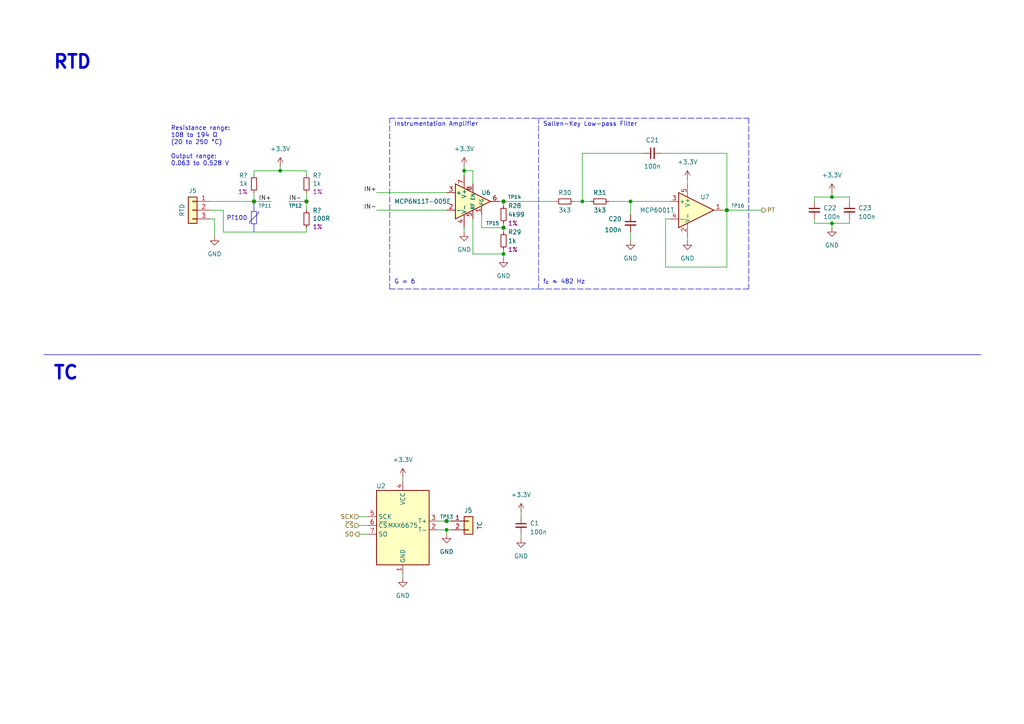
<source format=kicad_sch>
(kicad_sch (version 20230121) (generator eeschema)
  (paper "A4")
  (title_block (title "Temperature Sensors") (date "2023-11-13") (rev "${REVISION}") (company "Author: I. Kajdan") (comment 1 "Promoter: A. Bondyra, Ph.D."))
  (lib_symbols
    (symbol "Amplifier_Operational:MCP6001-OT" (pin_names (offset 0.127))
      (property "Reference" "U" (at -1.27 6.35 0))
      (property "Value" "MCP6001-OT" (at -1.27 3.81 0))
      (symbol "MCP6001-OT_0_1"
        (polyline (pts (xy -5.08 5.08) (xy 5.08 0) (xy -5.08 -5.08) (xy -5.08 5.08)) (stroke (width 0.254)) (fill (type background)))
        (pin power_in line (at -2.54 -7.62 90) (length 3.81) (name "V-") (number "2"))
        (pin power_in line (at -2.54 7.62 270) (length 3.81) (name "V+") (number "5"))
      )
      (symbol "MCP6001-OT_1_1"
        (pin output line (at 7.62 0 180) (length 2.54) (name "~") (number "1"))
        (pin input line (at -7.62 2.54 0) (length 2.54) (name "+") (number "3"))
        (pin input line (at -7.62 -2.54 0) (length 2.54) (name "-") (number "4"))
      )
    )
    (symbol "Connector:TestPoint_Small" (pin_numbers hide) (pin_names (offset 0.762) hide)
      (property "Reference" "TP" (at 0 3.81 0))
      (property "Value" "TestPoint_Small" (at 0 2.032 0))
      (symbol "TestPoint_Small_0_1"
        (circle (center 0 0) (radius 0.508))
      )
      (symbol "TestPoint_Small_1_1"
        (pin passive line (at 0 0 90) (length 0) (name "1") (number "1"))
      )
    )
    (symbol "Connector_Generic:Conn_01x02" (pin_names (offset 1.016) hide)
      (property "Reference" "J" (at 0 2.54 0))
      (property "Value" "Conn_01x02" (at 0 -5.08 0))
      (symbol "Conn_01x02_1_1"
        (rectangle (start -1.27 -2.413) (end 0 -2.667) (stroke (width 0.1524)))
        (rectangle (start -1.27 0.127) (end 0 -0.127) (stroke (width 0.1524)))
        (rectangle (start -1.27 1.27) (end 1.27 -3.81) (stroke (width 0.254)) (fill (type background)))
        (pin passive line (at -5.08 0 0) (length 3.81) (name "Pin_1") (number "1"))
        (pin passive line (at -5.08 -2.54 0) (length 3.81) (name "Pin_2") (number "2"))
      )
    )
    (symbol "Connector_Generic:Conn_01x03" (pin_names (offset 1.016) hide)
      (property "Reference" "J" (at 0 5.08 0))
      (property "Value" "Conn_01x03" (at 0 -5.08 0))
      (symbol "Conn_01x03_1_1"
        (rectangle (start -1.27 -2.413) (end 0 -2.667) (stroke (width 0.1524)))
        (rectangle (start -1.27 0.127) (end 0 -0.127) (stroke (width 0.1524)))
        (rectangle (start -1.27 2.667) (end 0 2.413) (stroke (width 0.1524)))
        (rectangle (start -1.27 3.81) (end 1.27 -3.81) (stroke (width 0.254)) (fill (type background)))
        (pin passive line (at -5.08 2.54 0) (length 3.81) (name "Pin_1") (number "1"))
        (pin passive line (at -5.08 0 0) (length 3.81) (name "Pin_2") (number "2"))
        (pin passive line (at -5.08 -2.54 0) (length 3.81) (name "Pin_3") (number "3"))
      )
    )
    (symbol "Device:C_Small" (pin_numbers hide) (pin_names (offset 0.254) hide)
      (property "Reference" "C" (at 0.254 1.778 0))
      (property "Value" "C_Small" (at 0.254 -2.032 0))
      (symbol "C_Small_0_1"
        (polyline (pts (xy -1.524 -0.508) (xy 1.524 -0.508)) (stroke (width 0.3302)))
        (polyline (pts (xy -1.524 0.508) (xy 1.524 0.508)) (stroke (width 0.3048)))
      )
      (symbol "C_Small_1_1"
        (pin passive line (at 0 2.54 270) (length 2.032) (name "~") (number "1"))
        (pin passive line (at 0 -2.54 90) (length 2.032) (name "~") (number "2"))
      )
    )
    (symbol "Device:R_Small" (pin_numbers hide) (pin_names (offset 0.254) hide)
      (property "Reference" "R" (at 0.762 0.508 0))
      (property "Value" "R_Small" (at 0.762 -1.016 0))
      (symbol "R_Small_0_1"
        (rectangle (start -0.762 1.778) (end 0.762 -1.778) (stroke (width 0.2032)))
      )
      (symbol "R_Small_1_1"
        (pin passive line (at 0 2.54 270) (length 0.762) (name "~") (number "1"))
        (pin passive line (at 0 -2.54 90) (length 0.762) (name "~") (number "2"))
      )
    )
    (symbol "MAX6675:MAX6675"
      (property "Reference" "U" (at -7.62 12.43 0))
      (property "Value" "MAX6675" (at 0 -0.19 0))
      (symbol "MAX6675_1_0"
        (rectangle (start -7.62 10.16) (end 7.62 -11.43) (stroke (width 0.254)) (fill (type background)))
        (pin power_in line (at 0 -13.97 90) (length 2.54) (name "GND") (number "1"))
        (pin input line (at 10.16 -1.27 180) (length 2.54) (name "T-") (number "2"))
        (pin input line (at 10.16 1.27 180) (length 2.54) (name "T+") (number "3"))
        (pin power_in line (at 0 12.7 270) (length 2.54) (name "VCC") (number "4"))
        (pin input line (at -10.16 2.54 0) (length 2.54) (name "SCK") (number "5"))
        (pin input line (at -10.16 0 0) (length 2.54) (name "~{CS}") (number "6"))
        (pin output line (at -10.16 -2.54 0) (length 2.54) (name "SO") (number "7"))
        (pin no_connect non_logic (at 10.16 -7.62 180) (length 2.54) hide (name "N.C.") (number "8"))
      )
    )
    (symbol "MCP6N11:MCP6N11" (pin_names (offset 0.127))
      (property "Reference" "U" (at 3.81 6.35 0))
      (property "Value" "MCP6N11" (at 3.81 3.81 0))
      (symbol "MCP6N11_0_1"
        (polyline (pts (xy -5.08 5.08) (xy 5.08 0) (xy -5.08 -5.08) (xy -5.08 5.08)) (stroke (width 0.254)) (fill (type background)))
      )
      (symbol "MCP6N11_1_1"
        (pin passive line (at 2.54 -3.81 90) (length 2.54) (name "FG") (number "1"))
        (pin input line (at -7.62 -2.54 0) (length 2.54) (name "-") (number "2"))
        (pin input line (at -7.62 2.54 0) (length 2.54) (name "+") (number "3"))
        (pin power_in line (at -2.54 -7.62 90) (length 3.81) (name "V-") (number "4"))
        (pin passive line (at 0 -5.08 90) (length 2.54) (name "RF") (number "5"))
        (pin output line (at 7.62 0 180) (length 2.54) (name "~") (number "6"))
        (pin power_in line (at -2.54 7.62 270) (length 3.81) (name "V+") (number "7"))
        (pin input line (at 0 5.08 270) (length 2.54) (name "EN") (number "8"))
      )
    )
    (symbol "power:+3.3V" (power) (pin_names (offset 0))
      (property "Value" "+3.3V" (at 0 3.556 0))
      (symbol "+3.3V_0_1"
        (polyline (pts (xy -0.762 1.27) (xy 0 2.54)))
        (polyline (pts (xy 0 0) (xy 0 2.54)))
        (polyline (pts (xy 0 2.54) (xy 0.762 1.27)))
      )
      (symbol "+3.3V_1_1"
        (pin power_in line (at 0 0 90) (length 0) hide (name "+3.3V") (number "1"))
      )
    )
    (symbol "power:GND" (power) (pin_names (offset 0))
      (property "Value" "GND" (at 0 -3.81 0))
      (symbol "GND_0_1"
        (polyline (pts (xy 0 0) (xy 0 -1.27) (xy 1.27 -1.27) (xy 0 -2.54) (xy -1.27 -1.27) (xy 0 -1.27)))
      )
      (symbol "GND_1_1"
        (pin power_in line (at 0 0 270) (length 0) hide (name "GND") (number "1"))
      )
    )
  )
  (junction (at 146.05 66.04))
  (junction (at 182.88 58.42))
  (junction (at 241.3 64.77))
  (junction (at 241.3 57.15))
  (junction (at 129.54 153.67))
  (junction (at 129.54 151.13))
  (junction (at 134.62 49.53))
  (junction (at 81.28 49.53))
  (junction (at 88.9 58.42))
  (junction (at 73.66 58.42))
  (junction (at 146.05 58.42))
  (junction (at 210.82 60.96))
  (junction (at 168.91 58.42))
  (junction (at 146.05 73.66))
  (wire (pts (xy 210.82 44.45) (xy 210.82 60.96)))
  (wire (pts (xy 236.22 57.15) (xy 241.3 57.15)))
  (wire (pts (xy 146.05 58.42) (xy 161.29 58.42)))
  (wire (pts (xy 62.23 63.5) (xy 60.96 63.5)))
  (wire (pts (xy 146.05 72.39) (xy 146.05 73.66)))
  (polyline (pts (xy 74.93 61.849) (xy 72.39 64.389)))
  (wire (pts (xy 137.16 63.5) (xy 137.16 73.66)))
  (wire (pts (xy 210.82 60.96) (xy 220.98 60.96)))
  (wire (pts (xy 144.78 58.42) (xy 146.05 58.42)))
  (wire (pts (xy 64.77 60.96) (xy 64.77 67.31)))
  (wire (pts (xy 246.38 58.42) (xy 246.38 57.15)))
  (wire (pts (xy 104.14 152.4) (xy 106.68 152.4)))
  (wire (pts (xy 166.37 58.42) (xy 168.91 58.42)))
  (wire (pts (xy 236.22 57.15) (xy 236.22 58.42)))
  (wire (pts (xy 193.04 63.5) (xy 193.04 77.47)))
  (wire (pts (xy 134.62 49.53) (xy 134.62 50.8)))
  (wire (pts (xy 81.28 49.53) (xy 88.9 49.53)))
  (wire (pts (xy 182.88 58.42) (xy 194.31 58.42)))
  (polyline (pts (xy 156.21 83.82) (xy 156.21 34.29)) (stroke (width 0) (type dash)))
  (polyline (pts (xy 74.422 61.341) (xy 74.422 64.897)))
  (wire (pts (xy 127 153.67) (xy 129.54 153.67)))
  (wire (pts (xy 246.38 63.5) (xy 246.38 64.77)))
  (wire (pts (xy 146.05 64.77) (xy 146.05 66.04)))
  (polyline (pts (xy 72.898 61.341) (xy 74.422 61.341)))
  (wire (pts (xy 73.66 49.53) (xy 73.66 50.8)))
  (polyline (pts (xy 73.66 64.897) (xy 73.66 67.31)))
  (wire (pts (xy 146.05 73.66) (xy 146.05 74.93)))
  (polyline (pts (xy 217.17 34.29) (xy 217.17 83.82)) (stroke (width 0) (type dash)))
  (polyline (pts (xy 74.93 61.341) (xy 74.93 61.849)))
  (wire (pts (xy 168.91 44.45) (xy 186.69 44.45)))
  (wire (pts (xy 194.31 63.5) (xy 193.04 63.5)))
  (polyline (pts (xy 74.422 64.897) (xy 72.898 64.897)))
  (wire (pts (xy 73.66 58.42) (xy 78.74 58.42)))
  (wire (pts (xy 109.22 60.96) (xy 129.54 60.96)))
  (wire (pts (xy 236.22 64.77) (xy 241.3 64.77)))
  (wire (pts (xy 62.23 63.5) (xy 62.23 68.58)))
  (polyline (pts (xy 72.39 64.389) (xy 72.39 64.897)))
  (wire (pts (xy 60.96 60.96) (xy 64.77 60.96)))
  (wire (pts (xy 88.9 58.42) (xy 83.82 58.42)))
  (wire (pts (xy 241.3 57.15) (xy 241.3 55.88)))
  (wire (pts (xy 199.39 69.85) (xy 199.39 68.58)))
  (wire (pts (xy 191.77 44.45) (xy 210.82 44.45)))
  (wire (pts (xy 137.16 49.53) (xy 137.16 53.34)))
  (polyline (pts (xy 156.21 34.29) (xy 217.17 34.29)) (stroke (width 0) (type dash)))
  (wire (pts (xy 137.16 73.66) (xy 146.05 73.66)))
  (wire (pts (xy 88.9 58.42) (xy 88.9 60.96)))
  (wire (pts (xy 134.62 67.31) (xy 134.62 66.04)))
  (wire (pts (xy 182.88 67.31) (xy 182.88 69.85)))
  (polyline (pts (xy 12.7 102.87) (xy 284.48 102.87)))
  (wire (pts (xy 88.9 66.04) (xy 88.9 67.31)))
  (wire (pts (xy 241.3 66.04) (xy 241.3 64.77)))
  (wire (pts (xy 193.04 77.47) (xy 210.82 77.47)))
  (wire (pts (xy 210.82 77.47) (xy 210.82 60.96)))
  (wire (pts (xy 168.91 58.42) (xy 171.45 58.42)))
  (wire (pts (xy 81.28 48.26) (xy 81.28 49.53)))
  (polyline (pts (xy 217.17 83.82) (xy 156.21 83.82)) (stroke (width 0) (type dash)))
  (polyline (pts (xy 113.03 83.82) (xy 156.21 83.82)) (stroke (width 0) (type dash)))
  (wire (pts (xy 104.14 154.94) (xy 106.68 154.94)))
  (wire (pts (xy 127 151.13) (xy 129.54 151.13)))
  (wire (pts (xy 210.82 60.96) (xy 209.55 60.96)))
  (wire (pts (xy 134.62 49.53) (xy 137.16 49.53)))
  (wire (pts (xy 129.54 151.13) (xy 130.81 151.13)))
  (wire (pts (xy 64.77 67.31) (xy 88.9 67.31)))
  (wire (pts (xy 246.38 57.15) (xy 241.3 57.15)))
  (polyline (pts (xy 73.66 58.42) (xy 73.66 61.341)))
  (wire (pts (xy 246.38 64.77) (xy 241.3 64.77)))
  (polyline (pts (xy 72.898 61.341) (xy 72.898 64.897)))
  (wire (pts (xy 146.05 66.04) (xy 146.05 67.31)))
  (wire (pts (xy 199.39 52.07) (xy 199.39 53.34)))
  (wire (pts (xy 88.9 49.53) (xy 88.9 50.8)))
  (wire (pts (xy 176.53 58.42) (xy 182.88 58.42)))
  (polyline (pts (xy 113.03 83.82) (xy 113.03 34.29)) (stroke (width 0) (type dash)))
  (wire (pts (xy 151.13 154.94) (xy 151.13 156.21)))
  (wire (pts (xy 139.7 66.04) (xy 146.05 66.04)))
  (wire (pts (xy 139.7 62.23) (xy 139.7 66.04)))
  (wire (pts (xy 182.88 58.42) (xy 182.88 62.23)))
  (wire (pts (xy 129.54 153.67) (xy 130.81 153.67)))
  (wire (pts (xy 151.13 148.59) (xy 151.13 149.86)))
  (wire (pts (xy 60.96 58.42) (xy 73.66 58.42)))
  (wire (pts (xy 146.05 58.42) (xy 146.05 59.69)))
  (wire (pts (xy 88.9 55.88) (xy 88.9 58.42)))
  (wire (pts (xy 129.54 153.67) (xy 129.54 154.94)))
  (wire (pts (xy 134.62 48.26) (xy 134.62 49.53)))
  (wire (pts (xy 168.91 44.45) (xy 168.91 58.42)))
  (wire (pts (xy 116.84 166.37) (xy 116.84 167.64)))
  (wire (pts (xy 104.14 149.86) (xy 106.68 149.86)))
  (wire (pts (xy 73.66 55.88) (xy 73.66 58.42)))
  (polyline (pts (xy 113.03 34.29) (xy 156.21 34.29)) (stroke (width 0) (type dash)))
  (wire (pts (xy 73.66 49.53) (xy 81.28 49.53)))
  (wire (pts (xy 236.22 63.5) (xy 236.22 64.77)))
  (wire (pts (xy 109.22 55.88) (xy 129.54 55.88)))
  (wire (pts (xy 116.84 138.43) (xy 116.84 139.7)))
  (text "Instrumentation Amplifier" (at 114.3 36.83 0) (effects (font (size 1.27 1.27)) (justify left bottom)))
  (text "Resistance range:\n108 to 194 Ω\n(20 to 250 °C)\n\nOutput range:\n0.063 to 0.528 V" (at 49.53 48.26 0) (effects (font (size 1.27 1.27)) (justify left bottom)))
  (text "G = 6" (at 114.3 82.55 0) (effects (font (size 1.27 1.27)) (justify left bottom)))
  (text "TC" (at 15.24 110.49 0) (effects (font (size 3.81 3.81) (thickness 0.762) bold) (justify left bottom)))
  (text "RTD" (at 15.24 20.32 0) (effects (font (size 3.81 3.81) (thickness 0.762) bold) (justify left bottom)))
  (text "Sallen-Key Low-pass Filter" (at 157.48 36.83 0) (effects (font (size 1.27 1.27)) (justify left bottom)))
  (text "f_{c} ≈ 482 Hz" (at 157.48 82.55 0) (effects (font (size 1.27 1.27)) (justify left bottom)))
  (text "PT100" (at 71.755 64.135 0) (effects (font (size 1.27 1.27)) (justify right bottom)))
  (label "IN-" (at 83.82 58.42 0))
  (label "IN+" (at 78.74 58.42 180))
  (label "IN+" (at 109.22 55.88 180))
  (label "IN-" (at 109.22 60.96 180))
  (hierarchical_label "SO" (shape output) (at 104.14 154.94 180))
  (hierarchical_label "SCK" (shape input) (at 104.14 149.86 180))
  (hierarchical_label "PT" (shape output) (at 220.98 60.96 0))
  (hierarchical_label "~{CS}" (shape input) (at 104.14 152.4 180))
  (symbol (lib_id "power:GND") (at 116.84 167.64 0) (unit 1)
    (property "Reference" "#PWR09" (effects hide))
    (property "Value" "GND" (at 116.84 172.72 0))
    (instances (project "control_board" (path "" (reference "#PWR09") (unit 1))) (project "control_board" (path "" (reference "#PWR03") (unit 1)) (path "" (reference "#PWR064") (unit 1)) (path "" (reference "#PWR021") (unit 1))))
  )
  (symbol (lib_id "Connector:TestPoint_Small") (at 210.82 60.96 0) (unit 1) (in_bom no)
    (property "Reference" "TP16" (at 212.09 59.69 0) (effects (font (size 1 1)) (justify left)))
    (property "Value" "TestPoint_Small" (effects hide))
    (property "Footprint" "TestPoint:TestPoint_Pad_D1.0mm" (effects hide))
  )
  (symbol (lib_id "power:GND") (at 182.88 69.85 0) (unit 1)
    (property "Reference" "#PWR071" (effects hide))
    (property "Value" "GND" (at 182.88 74.93 0))
    (instances (project "control_board" (path "" (reference "#PWR071") (unit 1))) (project "apps" (path "" (reference "#PWR?") (unit 1))))
  )
  (symbol (lib_id "Device:R_Small") (at 88.9 63.5 0) (unit 1)
    (property "Reference" "R?" (at 90.678 61.0616 0) (effects (justify left)))
    (property "Value" "100R" (at 90.678 63.373 0) (effects (justify left)))
    (property "Footprint" "Resistor_SMD:R_0603_1608Metric" (effects hide))
    (property "Tolerance" "1%" (at 90.678 65.786 0) (effects (justify left)))
    (instances (project "Traction_Control_System" (path "" (reference "R?") (unit 1)) (path "" (reference "R?") (unit 1)) (path "" (reference "R?") (unit 1)) (path "" (reference "R?") (unit 1)) (path "" (reference "R?") (unit 1)) (path "" (reference "R?") (unit 1))) (project "control_board" (path "" (reference "R27") (unit 1))))
  )
  (symbol (lib_id "Device:C_Small") (at 236.22 60.96 0) (unit 1)
    (property "Reference" "C22" (at 238.76 60.3313 0) (effects (justify left)))
    (property "Value" "100n" (at 238.76 62.8713 0) (effects (justify left)))
    (property "Footprint" "Capacitor_SMD:C_0603_1608Metric" (effects hide))
    (instances (project "control_board" (path "" (reference "C22") (unit 1))) (project "apps" (path "" (reference "C?") (unit 1))))
  )
  (symbol (lib_id "Device:R_Small") (at 73.66 53.34 0) (mirror y) (unit 1)
    (property "Reference" "R?" (at 71.882 50.9016 0) (effects (justify left)))
    (property "Value" "1k" (at 71.882 53.213 0) (effects (justify left)))
    (property "Footprint" "Resistor_SMD:R_0603_1608Metric" (effects hide))
    (property "Tolerance" "1%" (at 71.882 55.626 0) (effects (justify left)))
    (instances (project "Traction_Control_System" (path "" (reference "R?") (unit 1)) (path "" (reference "R?") (unit 1)) (path "" (reference "R?") (unit 1)) (path "" (reference "R?") (unit 1)) (path "" (reference "R?") (unit 1)) (path "" (reference "R?") (unit 1))) (project "control_board" (path "" (reference "R25") (unit 1))))
  )
  (symbol (lib_id "power:+3.3V") (at 116.84 138.43 0) (unit 1)
    (property "Reference" "#PWR015" (effects hide))
    (property "Value" "+3.3V" (at 116.84 133.35 0))
    (instances (project "control_board" (path "" (reference "#PWR015") (unit 1)) (path "" (reference "#PWR063") (unit 1))))
  )
  (symbol (lib_id "power:GND") (at 151.13 156.21 0) (unit 1)
    (property "Reference" "#PWR09" (effects hide))
    (property "Value" "GND" (at 151.13 161.29 0))
    (instances (project "control_board" (path "" (reference "#PWR09") (unit 1))) (project "control_board" (path "" (reference "#PWR08") (unit 1)) (path "" (reference "#PWR070") (unit 1)) (path "" (reference "#PWR018") (unit 1))))
  )
  (symbol (lib_id "Device:C_Small") (at 246.38 60.96 0) (unit 1)
    (property "Reference" "C23" (at 248.92 60.3313 0) (effects (justify left)))
    (property "Value" "100n" (at 248.92 62.8713 0) (effects (justify left)))
    (property "Footprint" "Capacitor_SMD:C_0603_1608Metric" (effects hide))
    (instances (project "control_board" (path "" (reference "C23") (unit 1))) (project "apps" (path "" (reference "C?") (unit 1))))
  )
  (symbol (lib_id "power:+3.3V") (at 134.62 48.26 0) (unit 1)
    (property "Reference" "#PWR015" (effects hide))
    (property "Value" "+3.3V" (at 134.62 43.18 0))
    (instances (project "control_board" (path "" (reference "#PWR015") (unit 1)) (path "" (reference "#PWR066") (unit 1))))
  )
  (symbol (lib_id "MAX6675:MAX6675") (at 116.84 152.4 0) (unit 1)
    (property "Reference" "U2" (at 110.49 140.97 0))
    (property "Value" "MAX6675" (at 116.84 152.4 0))
    (property "Footprint" "Package_SO:SOIC-8_3.9x4.9mm_P1.27mm" (effects hide))
    (property "Datasheet" "https://www.analog.com/media/en/technical-documentation/data-sheets/MAX6675.pdf" (effects hide))
    (instances (project "control_board" (path "" (reference "U2") (unit 1))) (project "control_board" (path "" (reference "U2") (unit 1)) (path "" (reference "U5") (unit 1)) (path "" (reference "U4") (unit 1))))
  )
  (symbol (lib_id "power:+3.3V") (at 81.28 48.26 0) (unit 1)
    (property "Reference" "#PWR015" (effects hide))
    (property "Value" "+3.3V" (at 81.28 43.18 0))
    (instances (project "control_board" (path "" (reference "#PWR015") (unit 1)) (path "" (reference "#PWR062") (unit 1))))
  )
  (symbol (lib_id "power:+3.3V") (at 241.3 55.88 0) (unit 1)
    (property "Reference" "#PWR015" (effects hide))
    (property "Value" "+3.3V" (at 241.3 50.8 0))
    (instances (project "control_board" (path "" (reference "#PWR015") (unit 1)) (path "" (reference "#PWR074") (unit 1))))
  )
  (symbol (lib_id "Connector:TestPoint_Small") (at 146.05 58.42 0) (unit 1) (in_bom no)
    (property "Reference" "TP14" (at 147.32 57.15 0) (effects (font (size 1 1)) (justify left)))
    (property "Value" "TestPoint_Small" (effects hide))
    (property "Footprint" "TestPoint:TestPoint_Pad_D1.0mm" (effects hide))
  )
  (symbol (lib_id "power:GND") (at 146.05 74.93 0) (unit 1)
    (property "Reference" "#PWR068" (effects hide))
    (property "Value" "GND" (at 146.05 80.01 0))
    (instances (project "control_board" (path "" (reference "#PWR068") (unit 1))) (project "apps" (path "" (reference "#PWR?") (unit 1))))
  )
  (symbol (lib_id "Device:R_Small") (at 88.9 53.34 0) (unit 1)
    (property "Reference" "R?" (at 90.678 50.9016 0) (effects (justify left)))
    (property "Value" "1k" (at 90.678 53.213 0) (effects (justify left)))
    (property "Footprint" "Resistor_SMD:R_0603_1608Metric" (effects hide))
    (property "Tolerance" "1%" (at 90.678 55.626 0) (effects (justify left)))
    (instances (project "Traction_Control_System" (path "" (reference "R?") (unit 1)) (path "" (reference "R?") (unit 1)) (path "" (reference "R?") (unit 1)) (path "" (reference "R?") (unit 1)) (path "" (reference "R?") (unit 1)) (path "" (reference "R?") (unit 1))) (project "control_board" (path "" (reference "R26") (unit 1))))
  )
  (symbol (lib_id "Device:C_Small") (at 182.88 64.77 0) (mirror y) (unit 1)
    (property "Reference" "C20" (at 180.34 63.5 0) (effects (justify left)))
    (property "Value" "100n" (at 180.34 66.6813 0) (effects (justify left)))
    (property "Footprint" "Capacitor_SMD:C_0603_1608Metric" (effects hide))
    (instances (project "control_board" (path "" (reference "C20") (unit 1))) (project "apps" (path "" (reference "C?") (unit 1))))
  )
  (symbol (lib_id "power:GND") (at 134.62 67.31 0) (unit 1)
    (property "Reference" "#PWR067" (effects hide))
    (property "Value" "GND" (at 134.62 72.39 0))
    (instances (project "control_board" (path "" (reference "#PWR067") (unit 1))) (project "apps" (path "" (reference "#PWR?") (unit 1))))
  )
  (symbol (lib_id "Connector_Generic:Conn_01x03") (at 55.88 60.96 0) (mirror y) (unit 1)
    (property "Reference" "J5" (at 55.88 54.61 0) (effects (justify top)))
    (property "Value" "RTD" (at 52.07 60.96 90) (effects (justify bottom)))
    (property "Footprint" "Connector_JST:JST_XH_B3B-XH-A_1x03_P2.50mm_Vertical" (effects hide))
    (property "Datasheet" "https://www.tme.eu/Document/0a99312bb6c67d3f0f7869fe9a023cea/XH.pdf" (effects hide))
    (property "Component" "B3B-XH-A (LF)(SN)" (effects hide))
    (instances (project "control_board" (path "" (reference "J5") (unit 1))) (project "control_board" (path "" (reference "J6") (unit 1)) (path "" (reference "J6") (unit 1)) (path "" (reference "J8") (unit 1))))
  )
  (symbol (lib_id "power:GND") (at 129.54 154.94 0) (unit 1)
    (property "Reference" "#PWR09" (effects hide))
    (property "Value" "GND" (at 129.54 160.02 0))
    (instances (project "control_board" (path "" (reference "#PWR09") (unit 1))) (project "control_board" (path "" (reference "#PWR02") (unit 1)) (path "" (reference "#PWR065") (unit 1)) (path "" (reference "#PWR022") (unit 1))))
  )
  (symbol (lib_id "Amplifier_Operational:MCP6001-OT") (at 201.93 60.96 0) (unit 1)
    (property "Reference" "U7" (at 204.47 57.15 0))
    (property "Value" "MCP6001T" (at 195.58 60.96 0) (effects (justify right)))
    (property "Footprint" "Package_TO_SOT_SMD:SOT-23-5" (effects hide))
    (property "Datasheet" "https://ww1.microchip.com/downloads/en/DeviceDoc/MCP6001-1R-1U-2-4-1-MHz-Low-Power-Op-Amp-DS20001733L.pdf" (effects hide))
    (instances (project "control_board" (path "" (reference "U7") (unit 1))) (project "apps" (path "" (reference "U?") (unit 1))))
  )
  (symbol (lib_id "Connector:TestPoint_Small") (at 146.05 66.04 0) (unit 1) (in_bom no)
    (property "Reference" "TP15" (at 140.97 64.77 0) (effects (font (size 1 1)) (justify left)))
    (property "Value" "TestPoint_Small" (effects hide))
    (property "Footprint" "TestPoint:TestPoint_Pad_D1.0mm" (effects hide))
  )
  (symbol (lib_id "Device:R_Small") (at 146.05 62.23 0) (mirror x) (unit 1)
    (property "Reference" "R28" (at 147.32 59.69 0) (effects (justify left)))
    (property "Value" "4k99" (at 147.32 62.23 0) (effects (justify left)))
    (property "Footprint" "Resistor_SMD:R_0603_1608Metric" (effects hide))
    (property "Tolerance" "1%" (at 147.32 64.77 0) (effects (justify left)))
    (instances (project "control_board" (path "" (reference "R28") (unit 1))) (project "apps" (path "" (reference "R?") (unit 1))))
  )
  (symbol (lib_id "Device:R_Small") (at 173.99 58.42 90) (unit 1)
    (property "Reference" "R31" (at 173.99 55.88 90))
    (property "Value" "3k3" (at 173.99 60.96 90))
    (property "Footprint" "Resistor_SMD:R_0603_1608Metric" (effects hide))
    (instances (project "control_board" (path "" (reference "R31") (unit 1))) (project "apps" (path "" (reference "R?") (unit 1))))
  )
  (symbol (lib_id "MCP6N11:MCP6N11") (at 137.16 58.42 0) (unit 1)
    (property "Reference" "U6" (at 140.97 55.88 0))
    (property "Value" "MCP6N11T-005E" (at 130.81 58.42 0) (effects (justify right)))
    (property "Footprint" "Package_SO:SOIC-8_3.9x4.9mm_P1.27mm" (effects hide))
    (property "Datasheet" "https://ww1.microchip.com/downloads/en/DeviceDoc/25073A.pdf" (effects hide))
    (instances (project "control_board" (path "" (reference "U6") (unit 1))) (project "apps" (path "" (reference "U?") (unit 1))))
  )
  (symbol (lib_id "Connector:TestPoint_Small") (at 73.66 58.42 0) (unit 1) (in_bom no)
    (property "Reference" "TP11" (at 74.93 59.69 0) (effects (font (size 1 1)) (justify left)))
    (property "Value" "TestPoint_Small" (effects hide))
    (property "Footprint" "TestPoint:TestPoint_Pad_D1.0mm" (effects hide))
  )
  (symbol (lib_id "power:+3.3V") (at 151.13 148.59 0) (unit 1)
    (property "Reference" "#PWR015" (effects hide))
    (property "Value" "+3.3V" (at 151.13 143.51 0))
    (instances (project "control_board" (path "" (reference "#PWR015") (unit 1)) (path "" (reference "#PWR069") (unit 1))))
  )
  (symbol (lib_id "Connector:TestPoint_Small") (at 129.54 151.13 180) (unit 1) (in_bom no)
    (property "Reference" "TP13" (at 129.54 149.86 0) (effects (font (size 1 1))))
    (property "Value" "TestPoint_Small" (effects hide))
    (property "Footprint" "TestPoint:TestPoint_Pad_D1.0mm" (effects hide))
  )
  (symbol (lib_id "Device:R_Small") (at 146.05 69.85 0) (mirror x) (unit 1)
    (property "Reference" "R29" (at 147.32 67.31 0) (effects (justify left)))
    (property "Value" "1k" (at 147.32 69.85 0) (effects (justify left)))
    (property "Footprint" "Resistor_SMD:R_0603_1608Metric" (effects hide))
    (property "Tolerance" "1%" (at 147.32 72.39 0) (effects (justify left)))
    (instances (project "control_board" (path "" (reference "R29") (unit 1))) (project "apps" (path "" (reference "R?") (unit 1))))
  )
  (symbol (lib_id "Device:R_Small") (at 163.83 58.42 90) (unit 1)
    (property "Reference" "R30" (at 163.83 55.88 90))
    (property "Value" "3k3" (at 163.83 60.96 90))
    (property "Footprint" "Resistor_SMD:R_0603_1608Metric" (effects hide))
    (instances (project "control_board" (path "" (reference "R30") (unit 1))) (project "apps" (path "" (reference "R?") (unit 1))))
  )
  (symbol (lib_id "Connector:TestPoint_Small") (at 88.9 58.42 0) (unit 1) (in_bom no)
    (property "Reference" "TP12" (at 87.63 59.69 0) (effects (font (size 1 1)) (justify right)))
    (property "Value" "TestPoint_Small" (effects hide))
    (property "Footprint" "TestPoint:TestPoint_Pad_D1.0mm" (effects hide))
  )
  (symbol (lib_id "Device:C_Small") (at 189.23 44.45 90) (unit 1)
    (property "Reference" "C21" (at 189.23 40.64 90))
    (property "Value" "100n" (at 189.23 48.26 90))
    (property "Footprint" "Capacitor_SMD:C_0603_1608Metric" (effects hide))
    (instances (project "control_board" (path "" (reference "C21") (unit 1))) (project "apps" (path "" (reference "C?") (unit 1))))
  )
  (symbol (lib_id "Device:C_Small") (at 151.13 152.4 0) (unit 1)
    (property "Reference" "C1" (at 153.67 151.7713 0) (effects (justify left)))
    (property "Value" "100n" (at 153.67 154.3113 0) (effects (justify left)))
    (property "Footprint" "Capacitor_SMD:C_0603_1608Metric" (effects hide))
    (instances (project "control_board" (path "" (reference "C1") (unit 1))) (project "control_board" (path "" (reference "C1") (unit 1)) (path "" (reference "C19") (unit 1)) (path "" (reference "C2") (unit 1))))
  )
  (symbol (lib_id "power:GND") (at 199.39 69.85 0) (unit 1)
    (property "Reference" "#PWR073" (effects hide))
    (property "Value" "GND" (at 199.39 74.93 0))
    (instances (project "control_board" (path "" (reference "#PWR073") (unit 1))) (project "apps" (path "" (reference "#PWR?") (unit 1))))
  )
  (symbol (lib_id "power:+3.3V") (at 199.39 52.07 0) (unit 1)
    (property "Reference" "#PWR015" (effects hide))
    (property "Value" "+3.3V" (at 199.39 46.99 0))
    (instances (project "control_board" (path "" (reference "#PWR015") (unit 1)) (path "" (reference "#PWR072") (unit 1))))
  )
  (symbol (lib_id "power:GND") (at 62.23 68.58 0) (unit 1)
    (property "Reference" "#PWR?" (effects hide))
    (property "Value" "GND" (at 62.23 73.66 0))
    (instances (project "Traction_Control_System" (path "" (reference "#PWR?") (unit 1)) (path "" (reference "#PWR?") (unit 1)) (path "" (reference "#PWR?") (unit 1)) (path "" (reference "#PWR?") (unit 1)) (path "" (reference "#PWR?") (unit 1)) (path "" (reference "#PWR?") (unit 1))) (project "control_board" (path "" (reference "#PWR061") (unit 1))))
  )
  (symbol (lib_id "Connector_Generic:Conn_01x02") (at 135.89 151.13 0) (unit 1)
    (property "Reference" "J5" (at 134.62 147.32 0) (effects (justify left top)))
    (property "Value" "TC" (at 138.43 152.4 90) (effects (justify top)))
    (property "Footprint" "Connector_JST:JST_XH_B2B-XH-A_1x02_P2.50mm_Vertical" (effects hide))
    (property "Datasheet" "https://www.tme.eu/Document/0a99312bb6c67d3f0f7869fe9a023cea/XH.pdf" (effects hide))
    (property "Component" "B2B-XH-A (LF)(SN)" (effects hide))
    (instances (project "control_board" (path "" (reference "J5") (unit 1))) (project "control_board" (path "" (reference "J6") (unit 1)) (path "" (reference "J7") (unit 1)) (path "" (reference "J8") (unit 1))))
  )
  (symbol (lib_id "power:GND") (at 241.3 66.04 0) (unit 1)
    (property "Reference" "#PWR075" (effects hide))
    (property "Value" "GND" (at 241.3 71.12 0))
    (instances (project "control_board" (path "" (reference "#PWR075") (unit 1))) (project "apps" (path "" (reference "#PWR?") (unit 1))))
  )
)
</source>
